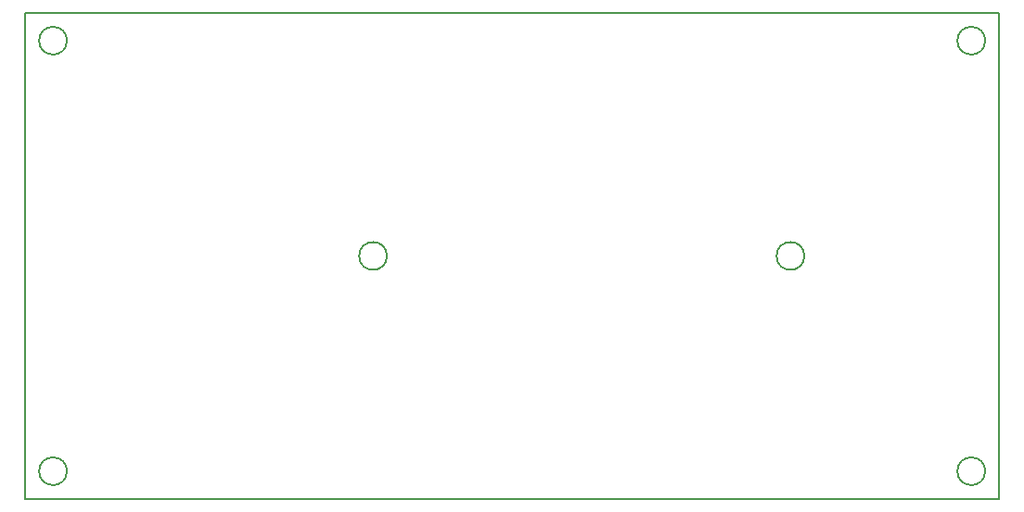
<source format=gbr>
G04 #@! TF.FileFunction,Profile,NP*
%FSLAX46Y46*%
G04 Gerber Fmt 4.6, Leading zero omitted, Abs format (unit mm)*
G04 Created by KiCad (PCBNEW 4.0.5) date 10/30/17 14:37:20*
%MOMM*%
%LPD*%
G01*
G04 APERTURE LIST*
%ADD10C,0.100000*%
%ADD11C,0.150000*%
G04 APERTURE END LIST*
D10*
D11*
X229870000Y-99060000D02*
X227330000Y-99060000D01*
X229870000Y-54610000D02*
X229870000Y-99060000D01*
X227330000Y-54610000D02*
X229870000Y-54610000D01*
X140970000Y-54610000D02*
X227330000Y-54610000D01*
X227330000Y-99060000D02*
X140970000Y-99060000D01*
X140970000Y-99060000D02*
X140970000Y-54610000D01*
X173990000Y-76835000D02*
G75*
G03X173990000Y-76835000I-1270000J0D01*
G01*
X212090000Y-76835000D02*
G75*
G03X212090000Y-76835000I-1270000J0D01*
G01*
X144780000Y-96520000D02*
G75*
G03X144780000Y-96520000I-1270000J0D01*
G01*
X144780000Y-57150000D02*
G75*
G03X144780000Y-57150000I-1270000J0D01*
G01*
X228600000Y-96520000D02*
G75*
G03X228600000Y-96520000I-1270000J0D01*
G01*
X228600000Y-57150000D02*
G75*
G03X228600000Y-57150000I-1270000J0D01*
G01*
M02*

</source>
